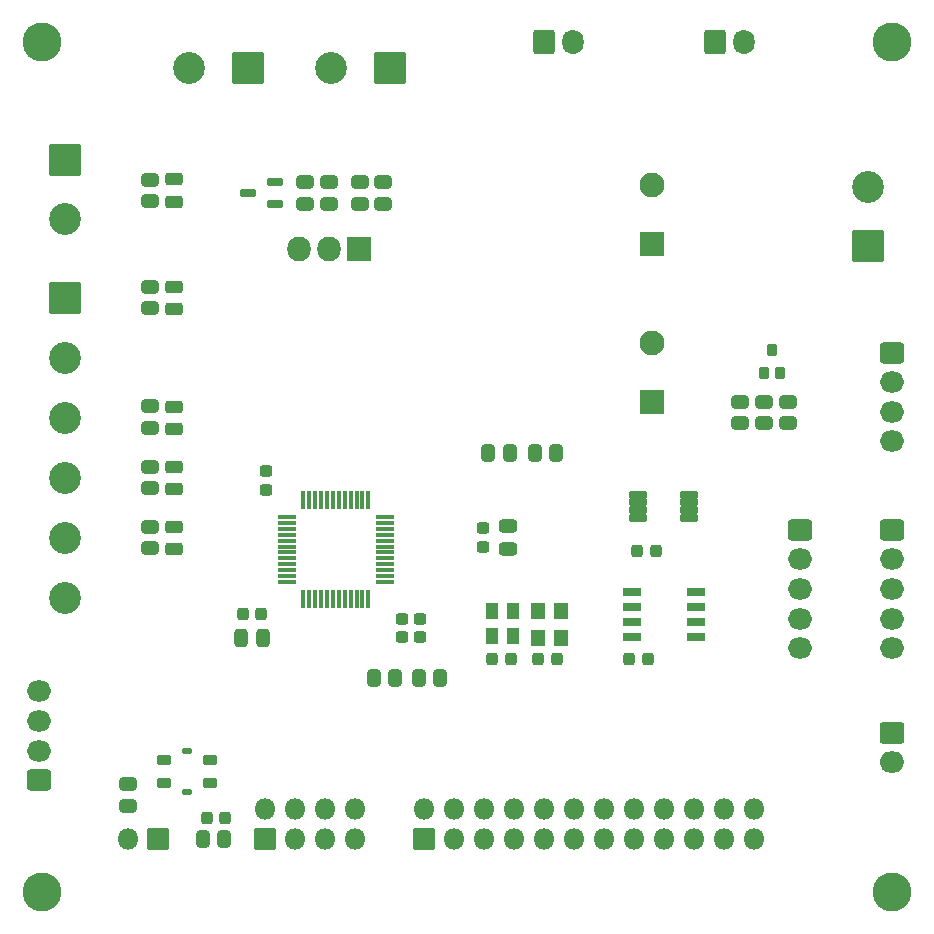
<source format=gbr>
%TF.GenerationSoftware,KiCad,Pcbnew,8.0.1*%
%TF.CreationDate,2024-04-04T08:15:04-04:00*%
%TF.ProjectId,ambiens-sc1,616d6269-656e-4732-9d73-63312e6b6963,rev?*%
%TF.SameCoordinates,Original*%
%TF.FileFunction,Soldermask,Top*%
%TF.FilePolarity,Negative*%
%FSLAX46Y46*%
G04 Gerber Fmt 4.6, Leading zero omitted, Abs format (unit mm)*
G04 Created by KiCad (PCBNEW 8.0.1) date 2024-04-04 08:15:04*
%MOMM*%
%LPD*%
G01*
G04 APERTURE LIST*
G04 Aperture macros list*
%AMRoundRect*
0 Rectangle with rounded corners*
0 $1 Rounding radius*
0 $2 $3 $4 $5 $6 $7 $8 $9 X,Y pos of 4 corners*
0 Add a 4 corners polygon primitive as box body*
4,1,4,$2,$3,$4,$5,$6,$7,$8,$9,$2,$3,0*
0 Add four circle primitives for the rounded corners*
1,1,$1+$1,$2,$3*
1,1,$1+$1,$4,$5*
1,1,$1+$1,$6,$7*
1,1,$1+$1,$8,$9*
0 Add four rect primitives between the rounded corners*
20,1,$1+$1,$2,$3,$4,$5,0*
20,1,$1+$1,$4,$5,$6,$7,0*
20,1,$1+$1,$6,$7,$8,$9,0*
20,1,$1+$1,$8,$9,$2,$3,0*%
G04 Aperture macros list end*
%ADD10RoundRect,0.274780X0.288520X0.476020X-0.288520X0.476020X-0.288520X-0.476020X0.288520X-0.476020X0*%
%ADD11RoundRect,0.274780X-0.288520X-0.476020X0.288520X-0.476020X0.288520X0.476020X-0.288520X0.476020X0*%
%ADD12RoundRect,0.269150X-0.481650X0.269150X-0.481650X-0.269150X0.481650X-0.269150X0.481650X0.269150X0*%
%ADD13RoundRect,0.050800X1.300000X1.300000X-1.300000X1.300000X-1.300000X-1.300000X1.300000X-1.300000X0*%
%ADD14C,2.701600*%
%ADD15RoundRect,0.050800X-1.300000X1.300000X-1.300000X-1.300000X1.300000X-1.300000X1.300000X1.300000X0*%
%ADD16RoundRect,0.050800X0.705599X0.253600X-0.705599X0.253600X-0.705599X-0.253600X0.705599X-0.253600X0*%
%ADD17RoundRect,0.050800X-0.550000X-0.350000X0.550000X-0.350000X0.550000X0.350000X-0.550000X0.350000X0*%
%ADD18RoundRect,0.050800X-0.350000X-0.200000X0.350000X-0.200000X0.350000X0.200000X-0.350000X0.200000X0*%
%ADD19RoundRect,0.250400X0.250400X0.275400X-0.250400X0.275400X-0.250400X-0.275400X0.250400X-0.275400X0*%
%ADD20RoundRect,0.274780X-0.476020X0.288520X-0.476020X-0.288520X0.476020X-0.288520X0.476020X0.288520X0*%
%ADD21RoundRect,0.050800X1.000000X-1.000000X1.000000X1.000000X-1.000000X1.000000X-1.000000X-1.000000X0*%
%ADD22C,2.101600*%
%ADD23RoundRect,0.050800X0.952500X1.000000X-0.952500X1.000000X-0.952500X-1.000000X0.952500X-1.000000X0*%
%ADD24O,2.006600X2.101600*%
%ADD25RoundRect,0.264941X-0.760859X0.635859X-0.760859X-0.635859X0.760859X-0.635859X0.760859X0.635859X0*%
%ADD26O,2.051600X1.801600*%
%ADD27RoundRect,0.175400X0.537900X0.175400X-0.537900X0.175400X-0.537900X-0.175400X0.537900X-0.175400X0*%
%ADD28RoundRect,0.050800X0.850000X-0.850000X0.850000X0.850000X-0.850000X0.850000X-0.850000X-0.850000X0*%
%ADD29O,1.801600X1.801600*%
%ADD30RoundRect,0.250400X-0.275400X0.250400X-0.275400X-0.250400X0.275400X-0.250400X0.275400X0.250400X0*%
%ADD31RoundRect,0.250400X-0.250400X-0.275400X0.250400X-0.275400X0.250400X0.275400X-0.250400X0.275400X0*%
%ADD32C,3.301600*%
%ADD33RoundRect,0.264941X-0.635859X-0.785859X0.635859X-0.785859X0.635859X0.785859X-0.635859X0.785859X0*%
%ADD34O,1.801600X2.101600*%
%ADD35RoundRect,0.274780X0.476020X-0.288520X0.476020X0.288520X-0.476020X0.288520X-0.476020X-0.288520X0*%
%ADD36RoundRect,0.050800X0.475000X-0.600000X0.475000X0.600000X-0.475000X0.600000X-0.475000X-0.600000X0*%
%ADD37RoundRect,0.264941X0.760859X-0.635859X0.760859X0.635859X-0.760859X0.635859X-0.760859X-0.635859X0*%
%ADD38RoundRect,0.050800X-0.850000X0.850000X-0.850000X-0.850000X0.850000X-0.850000X0.850000X0.850000X0*%
%ADD39RoundRect,0.275400X-0.500400X0.275400X-0.500400X-0.275400X0.500400X-0.275400X0.500400X0.275400X0*%
%ADD40RoundRect,0.050800X1.300000X-1.300000X1.300000X1.300000X-1.300000X1.300000X-1.300000X-1.300000X0*%
%ADD41RoundRect,0.050800X0.550000X-0.650000X0.550000X0.650000X-0.550000X0.650000X-0.550000X-0.650000X0*%
%ADD42RoundRect,0.050800X0.727449X0.266300X-0.727449X0.266300X-0.727449X-0.266300X0.727449X-0.266300X0*%
%ADD43RoundRect,0.100400X0.687900X0.100400X-0.687900X0.100400X-0.687900X-0.100400X0.687900X-0.100400X0*%
%ADD44RoundRect,0.100400X0.100400X0.687900X-0.100400X0.687900X-0.100400X-0.687900X0.100400X-0.687900X0*%
%ADD45RoundRect,0.275400X0.275400X0.500400X-0.275400X0.500400X-0.275400X-0.500400X0.275400X-0.500400X0*%
%ADD46RoundRect,0.050800X0.350000X-0.450000X0.350000X0.450000X-0.350000X0.450000X-0.350000X-0.450000X0*%
%ADD47RoundRect,0.264941X-0.785859X0.635859X-0.785859X-0.635859X0.785859X-0.635859X0.785859X0.635859X0*%
%ADD48O,2.101600X1.801600*%
G04 APERTURE END LIST*
D10*
%TO.C,R16*%
X162244200Y-101825396D03*
X160419200Y-101825396D03*
%TD*%
D11*
%TO.C,R15*%
X156595239Y-101825000D03*
X158420239Y-101825000D03*
%TD*%
D12*
%TO.C,D3*%
X139660000Y-78882498D03*
X139660000Y-80757500D03*
%TD*%
D13*
%TO.C,J4*%
X158000000Y-50250000D03*
D14*
X153000000Y-50250000D03*
%TD*%
D15*
%TO.C,J7*%
X130500000Y-69680000D03*
D14*
X130500000Y-74759999D03*
X130500000Y-79840000D03*
X130500000Y-84920000D03*
X130500000Y-90000000D03*
X130500000Y-95080000D03*
%TD*%
D16*
%TO.C,U1*%
X183339200Y-88274998D03*
X183339200Y-87625000D03*
X183339200Y-86974998D03*
X183339200Y-86325000D03*
X178945000Y-86325000D03*
X178945000Y-86974998D03*
X178945000Y-87625000D03*
X178945000Y-88274998D03*
%TD*%
D10*
%TO.C,R11*%
X168142500Y-82775000D03*
X166317500Y-82775000D03*
%TD*%
D17*
%TO.C,SW1*%
X138860000Y-108770000D03*
X142760000Y-108770000D03*
X138860000Y-110770000D03*
X142760000Y-110770000D03*
D18*
X140810000Y-108015001D03*
X140810000Y-111524999D03*
%TD*%
D19*
%TO.C,C14*%
X142475000Y-113710000D03*
X144025000Y-113710000D03*
%TD*%
D20*
%TO.C,R7*%
X187650002Y-78450000D03*
X187650002Y-80275000D03*
%TD*%
%TO.C,R1*%
X137650001Y-59677500D03*
X137650001Y-61502500D03*
%TD*%
D21*
%TO.C,C1*%
X180175000Y-65117678D03*
D22*
X180175000Y-60117678D03*
%TD*%
D20*
%TO.C,R5*%
X157430001Y-59897500D03*
X157430001Y-61722500D03*
%TD*%
D23*
%TO.C,Q2*%
X155369999Y-65570000D03*
D24*
X152829999Y-65570000D03*
X150290000Y-65570000D03*
%TD*%
D25*
%TO.C,J8*%
X200457322Y-74325000D03*
D26*
X200457322Y-76825000D03*
X200457322Y-79325000D03*
X200457322Y-81825000D03*
%TD*%
D12*
%TO.C,D1*%
X139660000Y-59652499D03*
X139660000Y-61527501D03*
%TD*%
D27*
%TO.C,Q1*%
X148211298Y-61722499D03*
X148211298Y-59822501D03*
X145936298Y-60772500D03*
%TD*%
D28*
%TO.C,J14*%
X147410000Y-115532934D03*
D29*
X147410000Y-112992934D03*
X149950000Y-115532934D03*
X149950000Y-112992934D03*
X152489999Y-115532934D03*
X152490000Y-112992934D03*
X155030000Y-115532934D03*
X155030000Y-112992934D03*
%TD*%
D20*
%TO.C,R10*%
X137650001Y-78867500D03*
X137650001Y-80692500D03*
%TD*%
D30*
%TO.C,C8*%
X159005000Y-96833545D03*
X159005000Y-98383545D03*
%TD*%
D31*
%TO.C,C12*%
X170535301Y-100237500D03*
X172085301Y-100237500D03*
%TD*%
D32*
%TO.C,H3*%
X128500000Y-120000000D03*
%TD*%
D31*
%TO.C,C6*%
X178930000Y-91070000D03*
X180480000Y-91070000D03*
%TD*%
D30*
%TO.C,C4*%
X165850000Y-89183545D03*
X165850000Y-90733545D03*
%TD*%
D33*
%TO.C,J1*%
X171000000Y-48000000D03*
D34*
X173500000Y-48000000D03*
%TD*%
D35*
%TO.C,R2*%
X150830000Y-61722500D03*
X150830000Y-59897500D03*
%TD*%
D36*
%TO.C,U4*%
X168410698Y-98344843D03*
X168410698Y-96144843D03*
X166660698Y-96144843D03*
X166660698Y-98344843D03*
%TD*%
D10*
%TO.C,R12*%
X172075000Y-82775000D03*
X170250000Y-82775000D03*
%TD*%
D12*
%TO.C,D4*%
X139660000Y-83972501D03*
X139660000Y-85847503D03*
%TD*%
D20*
%TO.C,R3*%
X152829998Y-59897500D03*
X152829998Y-61722500D03*
%TD*%
D37*
%TO.C,J12*%
X128250000Y-110500000D03*
D26*
X128250000Y-108000000D03*
X128250000Y-105500000D03*
X128250000Y-103000000D03*
%TD*%
D38*
%TO.C,J13*%
X138365000Y-115532934D03*
D29*
X135825000Y-115532934D03*
%TD*%
D28*
%TO.C,J15*%
X160860000Y-115532934D03*
D29*
X160860000Y-112992934D03*
X163400000Y-115532934D03*
X163400000Y-112992934D03*
X165940000Y-115532934D03*
X165940000Y-112992934D03*
X168480000Y-115532934D03*
X168480000Y-112992934D03*
X171020000Y-115532934D03*
X171020000Y-112992934D03*
X173560000Y-115532934D03*
X173560000Y-112992934D03*
X176100000Y-115532934D03*
X176100000Y-112992934D03*
X178640000Y-115532934D03*
X178640000Y-112992934D03*
X181180000Y-115532934D03*
X181180000Y-112992934D03*
X183720000Y-115532934D03*
X183720000Y-112992934D03*
X186260000Y-115532934D03*
X186260000Y-112992934D03*
X188800000Y-115532934D03*
X188800000Y-112992934D03*
%TD*%
D35*
%TO.C,R9*%
X191700000Y-80275000D03*
X191700000Y-78450000D03*
%TD*%
D21*
%TO.C,C2*%
X180175000Y-78475000D03*
D22*
X180175000Y-73475000D03*
%TD*%
D39*
%TO.C,C5*%
X167980002Y-89008546D03*
X167980002Y-90908546D03*
%TD*%
D32*
%TO.C,H2*%
X200500000Y-48000000D03*
%TD*%
D15*
%TO.C,J5*%
X130500000Y-58030000D03*
D14*
X130500000Y-63030000D03*
%TD*%
D32*
%TO.C,H1*%
X128500000Y-48000000D03*
%TD*%
D30*
%TO.C,C9*%
X160525000Y-96833545D03*
X160525000Y-98383545D03*
%TD*%
D20*
%TO.C,R6*%
X137650000Y-68717501D03*
X137650000Y-70542501D03*
%TD*%
%TO.C,R14*%
X137650001Y-89064999D03*
X137650001Y-90889999D03*
%TD*%
D31*
%TO.C,C13*%
X178238984Y-100237500D03*
X179788984Y-100237500D03*
%TD*%
D40*
%TO.C,J6*%
X198457322Y-65325000D03*
D14*
X198457322Y-60325000D03*
%TD*%
D25*
%TO.C,J9*%
X192700000Y-89325000D03*
D26*
X192700000Y-91825000D03*
X192700000Y-94325000D03*
X192700000Y-96825000D03*
X192700000Y-99325000D03*
%TD*%
D41*
%TO.C,U5*%
X172430696Y-98494844D03*
X172430696Y-96194844D03*
X170530696Y-96194844D03*
X170530696Y-98494844D03*
%TD*%
D11*
%TO.C,R18*%
X143970000Y-115530000D03*
X142145000Y-115530000D03*
%TD*%
D32*
%TO.C,H4*%
X200500000Y-120000000D03*
%TD*%
D42*
%TO.C,U3*%
X183895000Y-98375000D03*
X183895000Y-97105000D03*
X183895000Y-95835000D03*
X183895000Y-94565000D03*
X178452304Y-94565000D03*
X178452304Y-95835000D03*
X178452304Y-97105000D03*
X178452304Y-98375000D03*
%TD*%
D31*
%TO.C,C11*%
X166641497Y-100237500D03*
X168191497Y-100237500D03*
%TD*%
D19*
%TO.C,C7*%
X147075000Y-96480000D03*
X145525000Y-96480000D03*
%TD*%
D20*
%TO.C,R17*%
X135800000Y-110845000D03*
X135800000Y-112670000D03*
%TD*%
%TO.C,R13*%
X137650001Y-83957500D03*
X137650001Y-85782500D03*
%TD*%
D13*
%TO.C,J3*%
X146000000Y-50250000D03*
D14*
X141000000Y-50250000D03*
%TD*%
D43*
%TO.C,U2*%
X157562372Y-93728672D03*
X157562372Y-93228672D03*
X157562372Y-92728672D03*
X157562372Y-92228671D03*
X157562372Y-91728672D03*
X157562372Y-91228672D03*
X157562372Y-90728672D03*
X157562372Y-90228672D03*
X157562372Y-89728673D03*
X157562372Y-89228672D03*
X157562372Y-88728672D03*
X157562372Y-88228672D03*
D44*
X156149872Y-86816172D03*
X155649872Y-86816172D03*
X155149872Y-86816172D03*
X154649871Y-86816172D03*
X154149872Y-86816172D03*
X153649872Y-86816172D03*
X153149872Y-86816172D03*
X152649872Y-86816172D03*
X152149873Y-86816172D03*
X151649872Y-86816172D03*
X151149872Y-86816172D03*
X150649872Y-86816172D03*
D43*
X149237372Y-88228672D03*
X149237372Y-88728672D03*
X149237372Y-89228672D03*
X149237372Y-89728673D03*
X149237372Y-90228672D03*
X149237372Y-90728672D03*
X149237372Y-91228672D03*
X149237372Y-91728672D03*
X149237372Y-92228671D03*
X149237372Y-92728672D03*
X149237372Y-93228672D03*
X149237372Y-93728672D03*
D44*
X150649872Y-95141172D03*
X151149872Y-95141172D03*
X151649872Y-95141172D03*
X152149873Y-95141172D03*
X152649872Y-95141172D03*
X153149872Y-95141172D03*
X153649872Y-95141172D03*
X154149872Y-95141172D03*
X154649871Y-95141172D03*
X155149872Y-95141172D03*
X155649872Y-95141172D03*
X156149872Y-95141172D03*
%TD*%
D25*
%TO.C,J10*%
X200500001Y-89325000D03*
D26*
X200500001Y-91825000D03*
X200500001Y-94325000D03*
X200500001Y-96825000D03*
X200500001Y-99325000D03*
%TD*%
D45*
%TO.C,C10*%
X147249999Y-98433542D03*
X145349999Y-98433542D03*
%TD*%
D46*
%TO.C,Q3*%
X189675001Y-76000001D03*
X190975001Y-76000001D03*
X190325001Y-74100001D03*
%TD*%
D33*
%TO.C,J2*%
X185500000Y-48000000D03*
D34*
X188000000Y-48000000D03*
%TD*%
D47*
%TO.C,J11*%
X200500000Y-106500000D03*
D48*
X200500000Y-109000000D03*
%TD*%
D35*
%TO.C,R4*%
X155430000Y-61722500D03*
X155430000Y-59897500D03*
%TD*%
D30*
%TO.C,C3*%
X147500000Y-84375000D03*
X147500000Y-85925000D03*
%TD*%
D35*
%TO.C,R8*%
X189675001Y-80275000D03*
X189675001Y-78450000D03*
%TD*%
D12*
%TO.C,D5*%
X139660000Y-89080000D03*
X139660000Y-90955002D03*
%TD*%
%TO.C,D2*%
X139659999Y-68732499D03*
X139659999Y-70607501D03*
%TD*%
M02*

</source>
